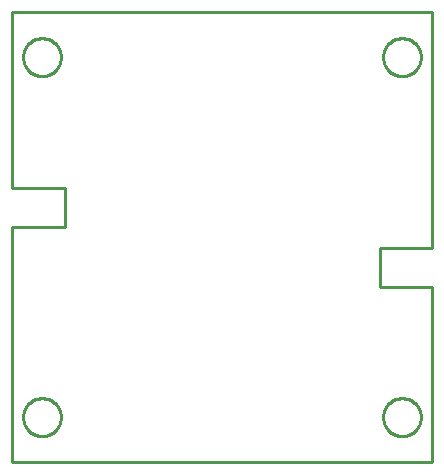
<source format=gbr>
G04 EAGLE Gerber RS-274X export*
G75*
%MOMM*%
%FSLAX34Y34*%
%LPD*%
%IN*%
%IPPOS*%
%AMOC8*
5,1,8,0,0,1.08239X$1,22.5*%
G01*
%ADD10C,0.254000*%


D10*
X0Y-12700D02*
X355600Y-12700D01*
X355600Y135890D01*
X311150Y135890D01*
X311150Y168910D01*
X355600Y168910D01*
X355600Y368300D01*
X0Y368300D01*
X0Y219710D01*
X44450Y219710D01*
X44450Y186690D01*
X0Y186690D01*
X0Y-12700D01*
X41400Y24876D02*
X41332Y23831D01*
X41195Y22792D01*
X40990Y21765D01*
X40719Y20753D01*
X40383Y19761D01*
X39982Y18793D01*
X39518Y17854D01*
X38995Y16946D01*
X38413Y16075D01*
X37775Y15244D01*
X37084Y14457D01*
X36343Y13716D01*
X35556Y13025D01*
X34725Y12388D01*
X33854Y11806D01*
X32946Y11282D01*
X32007Y10818D01*
X31039Y10417D01*
X30047Y10081D01*
X29035Y9810D01*
X28008Y9605D01*
X26969Y9469D01*
X25924Y9400D01*
X24876Y9400D01*
X23831Y9469D01*
X22792Y9605D01*
X21765Y9810D01*
X20753Y10081D01*
X19761Y10417D01*
X18793Y10818D01*
X17854Y11282D01*
X16946Y11806D01*
X16075Y12388D01*
X15244Y13025D01*
X14457Y13716D01*
X13716Y14457D01*
X13025Y15244D01*
X12388Y16075D01*
X11806Y16946D01*
X11282Y17854D01*
X10818Y18793D01*
X10417Y19761D01*
X10081Y20753D01*
X9810Y21765D01*
X9605Y22792D01*
X9469Y23831D01*
X9400Y24876D01*
X9400Y25924D01*
X9469Y26969D01*
X9605Y28008D01*
X9810Y29035D01*
X10081Y30047D01*
X10417Y31039D01*
X10818Y32007D01*
X11282Y32946D01*
X11806Y33854D01*
X12388Y34725D01*
X13025Y35556D01*
X13716Y36343D01*
X14457Y37084D01*
X15244Y37775D01*
X16075Y38413D01*
X16946Y38995D01*
X17854Y39518D01*
X18793Y39982D01*
X19761Y40383D01*
X20753Y40719D01*
X21765Y40990D01*
X22792Y41195D01*
X23831Y41332D01*
X24876Y41400D01*
X25924Y41400D01*
X26969Y41332D01*
X28008Y41195D01*
X29035Y40990D01*
X30047Y40719D01*
X31039Y40383D01*
X32007Y39982D01*
X32946Y39518D01*
X33854Y38995D01*
X34725Y38413D01*
X35556Y37775D01*
X36343Y37084D01*
X37084Y36343D01*
X37775Y35556D01*
X38413Y34725D01*
X38995Y33854D01*
X39518Y32946D01*
X39982Y32007D01*
X40383Y31039D01*
X40719Y30047D01*
X40990Y29035D01*
X41195Y28008D01*
X41332Y26969D01*
X41400Y25924D01*
X41400Y24876D01*
X41400Y329676D02*
X41332Y328631D01*
X41195Y327592D01*
X40990Y326565D01*
X40719Y325553D01*
X40383Y324561D01*
X39982Y323593D01*
X39518Y322654D01*
X38995Y321746D01*
X38413Y320875D01*
X37775Y320044D01*
X37084Y319257D01*
X36343Y318516D01*
X35556Y317825D01*
X34725Y317188D01*
X33854Y316606D01*
X32946Y316082D01*
X32007Y315618D01*
X31039Y315217D01*
X30047Y314881D01*
X29035Y314610D01*
X28008Y314405D01*
X26969Y314269D01*
X25924Y314200D01*
X24876Y314200D01*
X23831Y314269D01*
X22792Y314405D01*
X21765Y314610D01*
X20753Y314881D01*
X19761Y315217D01*
X18793Y315618D01*
X17854Y316082D01*
X16946Y316606D01*
X16075Y317188D01*
X15244Y317825D01*
X14457Y318516D01*
X13716Y319257D01*
X13025Y320044D01*
X12388Y320875D01*
X11806Y321746D01*
X11282Y322654D01*
X10818Y323593D01*
X10417Y324561D01*
X10081Y325553D01*
X9810Y326565D01*
X9605Y327592D01*
X9469Y328631D01*
X9400Y329676D01*
X9400Y330724D01*
X9469Y331769D01*
X9605Y332808D01*
X9810Y333835D01*
X10081Y334847D01*
X10417Y335839D01*
X10818Y336807D01*
X11282Y337746D01*
X11806Y338654D01*
X12388Y339525D01*
X13025Y340356D01*
X13716Y341143D01*
X14457Y341884D01*
X15244Y342575D01*
X16075Y343213D01*
X16946Y343795D01*
X17854Y344318D01*
X18793Y344782D01*
X19761Y345183D01*
X20753Y345519D01*
X21765Y345790D01*
X22792Y345995D01*
X23831Y346132D01*
X24876Y346200D01*
X25924Y346200D01*
X26969Y346132D01*
X28008Y345995D01*
X29035Y345790D01*
X30047Y345519D01*
X31039Y345183D01*
X32007Y344782D01*
X32946Y344318D01*
X33854Y343795D01*
X34725Y343213D01*
X35556Y342575D01*
X36343Y341884D01*
X37084Y341143D01*
X37775Y340356D01*
X38413Y339525D01*
X38995Y338654D01*
X39518Y337746D01*
X39982Y336807D01*
X40383Y335839D01*
X40719Y334847D01*
X40990Y333835D01*
X41195Y332808D01*
X41332Y331769D01*
X41400Y330724D01*
X41400Y329676D01*
X346200Y24876D02*
X346132Y23831D01*
X345995Y22792D01*
X345790Y21765D01*
X345519Y20753D01*
X345183Y19761D01*
X344782Y18793D01*
X344318Y17854D01*
X343795Y16946D01*
X343213Y16075D01*
X342575Y15244D01*
X341884Y14457D01*
X341143Y13716D01*
X340356Y13025D01*
X339525Y12388D01*
X338654Y11806D01*
X337746Y11282D01*
X336807Y10818D01*
X335839Y10417D01*
X334847Y10081D01*
X333835Y9810D01*
X332808Y9605D01*
X331769Y9469D01*
X330724Y9400D01*
X329676Y9400D01*
X328631Y9469D01*
X327592Y9605D01*
X326565Y9810D01*
X325553Y10081D01*
X324561Y10417D01*
X323593Y10818D01*
X322654Y11282D01*
X321746Y11806D01*
X320875Y12388D01*
X320044Y13025D01*
X319257Y13716D01*
X318516Y14457D01*
X317825Y15244D01*
X317188Y16075D01*
X316606Y16946D01*
X316082Y17854D01*
X315618Y18793D01*
X315217Y19761D01*
X314881Y20753D01*
X314610Y21765D01*
X314405Y22792D01*
X314269Y23831D01*
X314200Y24876D01*
X314200Y25924D01*
X314269Y26969D01*
X314405Y28008D01*
X314610Y29035D01*
X314881Y30047D01*
X315217Y31039D01*
X315618Y32007D01*
X316082Y32946D01*
X316606Y33854D01*
X317188Y34725D01*
X317825Y35556D01*
X318516Y36343D01*
X319257Y37084D01*
X320044Y37775D01*
X320875Y38413D01*
X321746Y38995D01*
X322654Y39518D01*
X323593Y39982D01*
X324561Y40383D01*
X325553Y40719D01*
X326565Y40990D01*
X327592Y41195D01*
X328631Y41332D01*
X329676Y41400D01*
X330724Y41400D01*
X331769Y41332D01*
X332808Y41195D01*
X333835Y40990D01*
X334847Y40719D01*
X335839Y40383D01*
X336807Y39982D01*
X337746Y39518D01*
X338654Y38995D01*
X339525Y38413D01*
X340356Y37775D01*
X341143Y37084D01*
X341884Y36343D01*
X342575Y35556D01*
X343213Y34725D01*
X343795Y33854D01*
X344318Y32946D01*
X344782Y32007D01*
X345183Y31039D01*
X345519Y30047D01*
X345790Y29035D01*
X345995Y28008D01*
X346132Y26969D01*
X346200Y25924D01*
X346200Y24876D01*
X346200Y329676D02*
X346132Y328631D01*
X345995Y327592D01*
X345790Y326565D01*
X345519Y325553D01*
X345183Y324561D01*
X344782Y323593D01*
X344318Y322654D01*
X343795Y321746D01*
X343213Y320875D01*
X342575Y320044D01*
X341884Y319257D01*
X341143Y318516D01*
X340356Y317825D01*
X339525Y317188D01*
X338654Y316606D01*
X337746Y316082D01*
X336807Y315618D01*
X335839Y315217D01*
X334847Y314881D01*
X333835Y314610D01*
X332808Y314405D01*
X331769Y314269D01*
X330724Y314200D01*
X329676Y314200D01*
X328631Y314269D01*
X327592Y314405D01*
X326565Y314610D01*
X325553Y314881D01*
X324561Y315217D01*
X323593Y315618D01*
X322654Y316082D01*
X321746Y316606D01*
X320875Y317188D01*
X320044Y317825D01*
X319257Y318516D01*
X318516Y319257D01*
X317825Y320044D01*
X317188Y320875D01*
X316606Y321746D01*
X316082Y322654D01*
X315618Y323593D01*
X315217Y324561D01*
X314881Y325553D01*
X314610Y326565D01*
X314405Y327592D01*
X314269Y328631D01*
X314200Y329676D01*
X314200Y330724D01*
X314269Y331769D01*
X314405Y332808D01*
X314610Y333835D01*
X314881Y334847D01*
X315217Y335839D01*
X315618Y336807D01*
X316082Y337746D01*
X316606Y338654D01*
X317188Y339525D01*
X317825Y340356D01*
X318516Y341143D01*
X319257Y341884D01*
X320044Y342575D01*
X320875Y343213D01*
X321746Y343795D01*
X322654Y344318D01*
X323593Y344782D01*
X324561Y345183D01*
X325553Y345519D01*
X326565Y345790D01*
X327592Y345995D01*
X328631Y346132D01*
X329676Y346200D01*
X330724Y346200D01*
X331769Y346132D01*
X332808Y345995D01*
X333835Y345790D01*
X334847Y345519D01*
X335839Y345183D01*
X336807Y344782D01*
X337746Y344318D01*
X338654Y343795D01*
X339525Y343213D01*
X340356Y342575D01*
X341143Y341884D01*
X341884Y341143D01*
X342575Y340356D01*
X343213Y339525D01*
X343795Y338654D01*
X344318Y337746D01*
X344782Y336807D01*
X345183Y335839D01*
X345519Y334847D01*
X345790Y333835D01*
X345995Y332808D01*
X346132Y331769D01*
X346200Y330724D01*
X346200Y329676D01*
M02*

</source>
